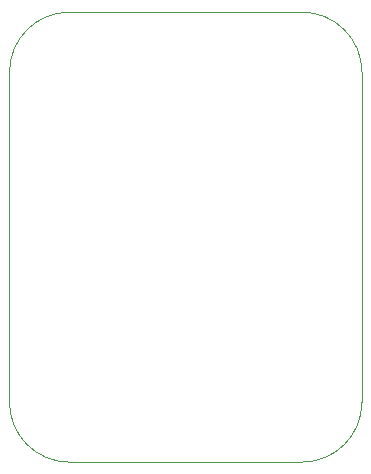
<source format=gm1>
G04 #@! TF.GenerationSoftware,KiCad,Pcbnew,7.0.7*
G04 #@! TF.CreationDate,2023-09-06T22:46:29-07:00*
G04 #@! TF.ProjectId,Memory Board,4d656d6f-7279-4204-926f-6172642e6b69,rev?*
G04 #@! TF.SameCoordinates,Original*
G04 #@! TF.FileFunction,Profile,NP*
%FSLAX46Y46*%
G04 Gerber Fmt 4.6, Leading zero omitted, Abs format (unit mm)*
G04 Created by KiCad (PCBNEW 7.0.7) date 2023-09-06 22:46:29*
%MOMM*%
%LPD*%
G01*
G04 APERTURE LIST*
G04 #@! TA.AperFunction,Profile*
%ADD10C,0.100000*%
G04 #@! TD*
G04 APERTURE END LIST*
D10*
X25400000Y-58420000D02*
X25400000Y-30480000D01*
X30480000Y-25400000D02*
G75*
G03*
X25400000Y-30480000I0J-5080000D01*
G01*
X30480000Y-25400000D02*
X50165000Y-25400000D01*
X25400000Y-58420000D02*
G75*
G03*
X30480000Y-63500000I5080000J0D01*
G01*
X55245000Y-30480000D02*
X55245000Y-58420000D01*
X50165000Y-63500000D02*
G75*
G03*
X55245000Y-58420000I0J5080000D01*
G01*
X55245000Y-30480000D02*
G75*
G03*
X50165000Y-25400000I-5080000J0D01*
G01*
X50165000Y-63500000D02*
X30480000Y-63500000D01*
M02*

</source>
